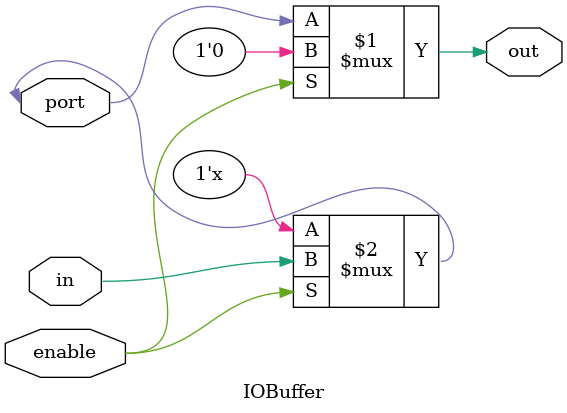
<source format=sv>
module IOBuffer(in, out, enable, port);
	
	//TODO: complete IOBuffer as described in the lab spec.
	input in, enable;
	output out;
	inout port;
	
	assign out = enable ? 1'b0 : port;
	assign port = enable ? in : 1'bz;

endmodule
</source>
